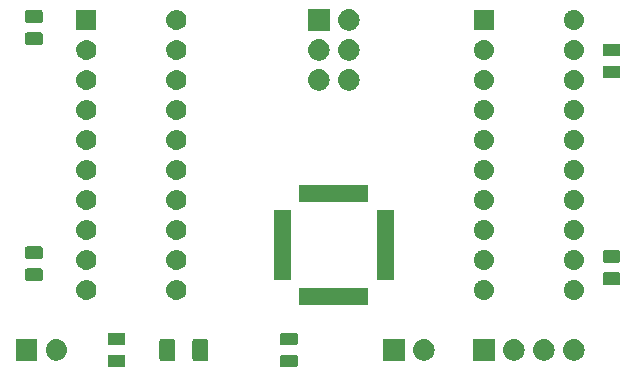
<source format=gts>
G04 #@! TF.GenerationSoftware,KiCad,Pcbnew,5.1.4*
G04 #@! TF.CreationDate,2019-11-08T16:48:00+01:00*
G04 #@! TF.ProjectId,AsyncDRAM,4173796e-6344-4524-914d-2e6b69636164,rev?*
G04 #@! TF.SameCoordinates,Original*
G04 #@! TF.FileFunction,Soldermask,Top*
G04 #@! TF.FilePolarity,Negative*
%FSLAX46Y46*%
G04 Gerber Fmt 4.6, Leading zero omitted, Abs format (unit mm)*
G04 Created by KiCad (PCBNEW 5.1.4) date 2019-11-08 16:48:00*
%MOMM*%
%LPD*%
G04 APERTURE LIST*
%ADD10C,0.100000*%
G04 APERTURE END LIST*
D10*
G36*
X40589468Y-193443565D02*
G01*
X40628138Y-193455296D01*
X40663777Y-193474346D01*
X40695017Y-193499983D01*
X40720654Y-193531223D01*
X40739704Y-193566862D01*
X40751435Y-193605532D01*
X40756000Y-193651888D01*
X40756000Y-194303112D01*
X40751435Y-194349468D01*
X40739704Y-194388138D01*
X40720654Y-194423777D01*
X40695017Y-194455017D01*
X40663777Y-194480654D01*
X40628138Y-194499704D01*
X40589468Y-194511435D01*
X40543112Y-194516000D01*
X39466888Y-194516000D01*
X39420532Y-194511435D01*
X39381862Y-194499704D01*
X39346223Y-194480654D01*
X39314983Y-194455017D01*
X39289346Y-194423777D01*
X39270296Y-194388138D01*
X39258565Y-194349468D01*
X39254000Y-194303112D01*
X39254000Y-193651888D01*
X39258565Y-193605532D01*
X39270296Y-193566862D01*
X39289346Y-193531223D01*
X39314983Y-193499983D01*
X39346223Y-193474346D01*
X39381862Y-193455296D01*
X39420532Y-193443565D01*
X39466888Y-193439000D01*
X40543112Y-193439000D01*
X40589468Y-193443565D01*
X40589468Y-193443565D01*
G37*
G36*
X25984468Y-193443565D02*
G01*
X26023138Y-193455296D01*
X26058777Y-193474346D01*
X26090017Y-193499983D01*
X26115654Y-193531223D01*
X26134704Y-193566862D01*
X26146435Y-193605532D01*
X26151000Y-193651888D01*
X26151000Y-194303112D01*
X26146435Y-194349468D01*
X26134704Y-194388138D01*
X26115654Y-194423777D01*
X26090017Y-194455017D01*
X26058777Y-194480654D01*
X26023138Y-194499704D01*
X25984468Y-194511435D01*
X25938112Y-194516000D01*
X24861888Y-194516000D01*
X24815532Y-194511435D01*
X24776862Y-194499704D01*
X24741223Y-194480654D01*
X24709983Y-194455017D01*
X24684346Y-194423777D01*
X24665296Y-194388138D01*
X24653565Y-194349468D01*
X24649000Y-194303112D01*
X24649000Y-193651888D01*
X24653565Y-193605532D01*
X24665296Y-193566862D01*
X24684346Y-193531223D01*
X24709983Y-193499983D01*
X24741223Y-193474346D01*
X24776862Y-193455296D01*
X24815532Y-193443565D01*
X24861888Y-193439000D01*
X25938112Y-193439000D01*
X25984468Y-193443565D01*
X25984468Y-193443565D01*
G37*
G36*
X33033604Y-192118347D02*
G01*
X33070144Y-192129432D01*
X33103821Y-192147433D01*
X33133341Y-192171659D01*
X33157567Y-192201179D01*
X33175568Y-192234856D01*
X33186653Y-192271396D01*
X33191000Y-192315538D01*
X33191000Y-193764462D01*
X33186653Y-193808604D01*
X33175568Y-193845144D01*
X33157567Y-193878821D01*
X33133341Y-193908341D01*
X33103821Y-193932567D01*
X33070144Y-193950568D01*
X33033604Y-193961653D01*
X32989462Y-193966000D01*
X32040538Y-193966000D01*
X31996396Y-193961653D01*
X31959856Y-193950568D01*
X31926179Y-193932567D01*
X31896659Y-193908341D01*
X31872433Y-193878821D01*
X31854432Y-193845144D01*
X31843347Y-193808604D01*
X31839000Y-193764462D01*
X31839000Y-192315538D01*
X31843347Y-192271396D01*
X31854432Y-192234856D01*
X31872433Y-192201179D01*
X31896659Y-192171659D01*
X31926179Y-192147433D01*
X31959856Y-192129432D01*
X31996396Y-192118347D01*
X32040538Y-192114000D01*
X32989462Y-192114000D01*
X33033604Y-192118347D01*
X33033604Y-192118347D01*
G37*
G36*
X30233604Y-192118347D02*
G01*
X30270144Y-192129432D01*
X30303821Y-192147433D01*
X30333341Y-192171659D01*
X30357567Y-192201179D01*
X30375568Y-192234856D01*
X30386653Y-192271396D01*
X30391000Y-192315538D01*
X30391000Y-193764462D01*
X30386653Y-193808604D01*
X30375568Y-193845144D01*
X30357567Y-193878821D01*
X30333341Y-193908341D01*
X30303821Y-193932567D01*
X30270144Y-193950568D01*
X30233604Y-193961653D01*
X30189462Y-193966000D01*
X29240538Y-193966000D01*
X29196396Y-193961653D01*
X29159856Y-193950568D01*
X29126179Y-193932567D01*
X29096659Y-193908341D01*
X29072433Y-193878821D01*
X29054432Y-193845144D01*
X29043347Y-193808604D01*
X29039000Y-193764462D01*
X29039000Y-192315538D01*
X29043347Y-192271396D01*
X29054432Y-192234856D01*
X29072433Y-192201179D01*
X29096659Y-192171659D01*
X29126179Y-192147433D01*
X29159856Y-192129432D01*
X29196396Y-192118347D01*
X29240538Y-192114000D01*
X30189462Y-192114000D01*
X30233604Y-192118347D01*
X30233604Y-192118347D01*
G37*
G36*
X59165443Y-192145519D02*
G01*
X59231627Y-192152037D01*
X59401466Y-192203557D01*
X59557991Y-192287222D01*
X59592494Y-192315538D01*
X59695186Y-192399814D01*
X59778448Y-192501271D01*
X59807778Y-192537009D01*
X59891443Y-192693534D01*
X59942963Y-192863373D01*
X59960359Y-193040000D01*
X59942963Y-193216627D01*
X59891443Y-193386466D01*
X59807778Y-193542991D01*
X59794916Y-193558663D01*
X59695186Y-193680186D01*
X59612124Y-193748352D01*
X59557991Y-193792778D01*
X59401466Y-193876443D01*
X59231627Y-193927963D01*
X59165443Y-193934481D01*
X59099260Y-193941000D01*
X59010740Y-193941000D01*
X58944557Y-193934481D01*
X58878373Y-193927963D01*
X58708534Y-193876443D01*
X58552009Y-193792778D01*
X58497876Y-193748352D01*
X58414814Y-193680186D01*
X58315084Y-193558663D01*
X58302222Y-193542991D01*
X58218557Y-193386466D01*
X58167037Y-193216627D01*
X58149641Y-193040000D01*
X58167037Y-192863373D01*
X58218557Y-192693534D01*
X58302222Y-192537009D01*
X58331552Y-192501271D01*
X58414814Y-192399814D01*
X58517506Y-192315538D01*
X58552009Y-192287222D01*
X58708534Y-192203557D01*
X58878373Y-192152037D01*
X58944557Y-192145519D01*
X59010740Y-192139000D01*
X59099260Y-192139000D01*
X59165443Y-192145519D01*
X59165443Y-192145519D01*
G37*
G36*
X49796000Y-193941000D02*
G01*
X47994000Y-193941000D01*
X47994000Y-192139000D01*
X49796000Y-192139000D01*
X49796000Y-193941000D01*
X49796000Y-193941000D01*
G37*
G36*
X51545443Y-192145519D02*
G01*
X51611627Y-192152037D01*
X51781466Y-192203557D01*
X51937991Y-192287222D01*
X51972494Y-192315538D01*
X52075186Y-192399814D01*
X52158448Y-192501271D01*
X52187778Y-192537009D01*
X52271443Y-192693534D01*
X52322963Y-192863373D01*
X52340359Y-193040000D01*
X52322963Y-193216627D01*
X52271443Y-193386466D01*
X52187778Y-193542991D01*
X52174916Y-193558663D01*
X52075186Y-193680186D01*
X51992124Y-193748352D01*
X51937991Y-193792778D01*
X51781466Y-193876443D01*
X51611627Y-193927963D01*
X51545443Y-193934481D01*
X51479260Y-193941000D01*
X51390740Y-193941000D01*
X51324557Y-193934481D01*
X51258373Y-193927963D01*
X51088534Y-193876443D01*
X50932009Y-193792778D01*
X50877876Y-193748352D01*
X50794814Y-193680186D01*
X50695084Y-193558663D01*
X50682222Y-193542991D01*
X50598557Y-193386466D01*
X50547037Y-193216627D01*
X50529641Y-193040000D01*
X50547037Y-192863373D01*
X50598557Y-192693534D01*
X50682222Y-192537009D01*
X50711552Y-192501271D01*
X50794814Y-192399814D01*
X50897506Y-192315538D01*
X50932009Y-192287222D01*
X51088534Y-192203557D01*
X51258373Y-192152037D01*
X51324557Y-192145519D01*
X51390740Y-192139000D01*
X51479260Y-192139000D01*
X51545443Y-192145519D01*
X51545443Y-192145519D01*
G37*
G36*
X57416000Y-193941000D02*
G01*
X55614000Y-193941000D01*
X55614000Y-192139000D01*
X57416000Y-192139000D01*
X57416000Y-193941000D01*
X57416000Y-193941000D01*
G37*
G36*
X61705443Y-192145519D02*
G01*
X61771627Y-192152037D01*
X61941466Y-192203557D01*
X62097991Y-192287222D01*
X62132494Y-192315538D01*
X62235186Y-192399814D01*
X62318448Y-192501271D01*
X62347778Y-192537009D01*
X62431443Y-192693534D01*
X62482963Y-192863373D01*
X62500359Y-193040000D01*
X62482963Y-193216627D01*
X62431443Y-193386466D01*
X62347778Y-193542991D01*
X62334916Y-193558663D01*
X62235186Y-193680186D01*
X62152124Y-193748352D01*
X62097991Y-193792778D01*
X61941466Y-193876443D01*
X61771627Y-193927963D01*
X61705443Y-193934481D01*
X61639260Y-193941000D01*
X61550740Y-193941000D01*
X61484557Y-193934481D01*
X61418373Y-193927963D01*
X61248534Y-193876443D01*
X61092009Y-193792778D01*
X61037876Y-193748352D01*
X60954814Y-193680186D01*
X60855084Y-193558663D01*
X60842222Y-193542991D01*
X60758557Y-193386466D01*
X60707037Y-193216627D01*
X60689641Y-193040000D01*
X60707037Y-192863373D01*
X60758557Y-192693534D01*
X60842222Y-192537009D01*
X60871552Y-192501271D01*
X60954814Y-192399814D01*
X61057506Y-192315538D01*
X61092009Y-192287222D01*
X61248534Y-192203557D01*
X61418373Y-192152037D01*
X61484557Y-192145519D01*
X61550740Y-192139000D01*
X61639260Y-192139000D01*
X61705443Y-192145519D01*
X61705443Y-192145519D01*
G37*
G36*
X64245443Y-192145519D02*
G01*
X64311627Y-192152037D01*
X64481466Y-192203557D01*
X64637991Y-192287222D01*
X64672494Y-192315538D01*
X64775186Y-192399814D01*
X64858448Y-192501271D01*
X64887778Y-192537009D01*
X64971443Y-192693534D01*
X65022963Y-192863373D01*
X65040359Y-193040000D01*
X65022963Y-193216627D01*
X64971443Y-193386466D01*
X64887778Y-193542991D01*
X64874916Y-193558663D01*
X64775186Y-193680186D01*
X64692124Y-193748352D01*
X64637991Y-193792778D01*
X64481466Y-193876443D01*
X64311627Y-193927963D01*
X64245443Y-193934481D01*
X64179260Y-193941000D01*
X64090740Y-193941000D01*
X64024557Y-193934481D01*
X63958373Y-193927963D01*
X63788534Y-193876443D01*
X63632009Y-193792778D01*
X63577876Y-193748352D01*
X63494814Y-193680186D01*
X63395084Y-193558663D01*
X63382222Y-193542991D01*
X63298557Y-193386466D01*
X63247037Y-193216627D01*
X63229641Y-193040000D01*
X63247037Y-192863373D01*
X63298557Y-192693534D01*
X63382222Y-192537009D01*
X63411552Y-192501271D01*
X63494814Y-192399814D01*
X63597506Y-192315538D01*
X63632009Y-192287222D01*
X63788534Y-192203557D01*
X63958373Y-192152037D01*
X64024557Y-192145519D01*
X64090740Y-192139000D01*
X64179260Y-192139000D01*
X64245443Y-192145519D01*
X64245443Y-192145519D01*
G37*
G36*
X18681000Y-193941000D02*
G01*
X16879000Y-193941000D01*
X16879000Y-192139000D01*
X18681000Y-192139000D01*
X18681000Y-193941000D01*
X18681000Y-193941000D01*
G37*
G36*
X20430443Y-192145519D02*
G01*
X20496627Y-192152037D01*
X20666466Y-192203557D01*
X20822991Y-192287222D01*
X20857494Y-192315538D01*
X20960186Y-192399814D01*
X21043448Y-192501271D01*
X21072778Y-192537009D01*
X21156443Y-192693534D01*
X21207963Y-192863373D01*
X21225359Y-193040000D01*
X21207963Y-193216627D01*
X21156443Y-193386466D01*
X21072778Y-193542991D01*
X21059916Y-193558663D01*
X20960186Y-193680186D01*
X20877124Y-193748352D01*
X20822991Y-193792778D01*
X20666466Y-193876443D01*
X20496627Y-193927963D01*
X20430443Y-193934481D01*
X20364260Y-193941000D01*
X20275740Y-193941000D01*
X20209557Y-193934481D01*
X20143373Y-193927963D01*
X19973534Y-193876443D01*
X19817009Y-193792778D01*
X19762876Y-193748352D01*
X19679814Y-193680186D01*
X19580084Y-193558663D01*
X19567222Y-193542991D01*
X19483557Y-193386466D01*
X19432037Y-193216627D01*
X19414641Y-193040000D01*
X19432037Y-192863373D01*
X19483557Y-192693534D01*
X19567222Y-192537009D01*
X19596552Y-192501271D01*
X19679814Y-192399814D01*
X19782506Y-192315538D01*
X19817009Y-192287222D01*
X19973534Y-192203557D01*
X20143373Y-192152037D01*
X20209557Y-192145519D01*
X20275740Y-192139000D01*
X20364260Y-192139000D01*
X20430443Y-192145519D01*
X20430443Y-192145519D01*
G37*
G36*
X40589468Y-191568565D02*
G01*
X40628138Y-191580296D01*
X40663777Y-191599346D01*
X40695017Y-191624983D01*
X40720654Y-191656223D01*
X40739704Y-191691862D01*
X40751435Y-191730532D01*
X40756000Y-191776888D01*
X40756000Y-192428112D01*
X40751435Y-192474468D01*
X40739704Y-192513138D01*
X40720654Y-192548777D01*
X40695017Y-192580017D01*
X40663777Y-192605654D01*
X40628138Y-192624704D01*
X40589468Y-192636435D01*
X40543112Y-192641000D01*
X39466888Y-192641000D01*
X39420532Y-192636435D01*
X39381862Y-192624704D01*
X39346223Y-192605654D01*
X39314983Y-192580017D01*
X39289346Y-192548777D01*
X39270296Y-192513138D01*
X39258565Y-192474468D01*
X39254000Y-192428112D01*
X39254000Y-191776888D01*
X39258565Y-191730532D01*
X39270296Y-191691862D01*
X39289346Y-191656223D01*
X39314983Y-191624983D01*
X39346223Y-191599346D01*
X39381862Y-191580296D01*
X39420532Y-191568565D01*
X39466888Y-191564000D01*
X40543112Y-191564000D01*
X40589468Y-191568565D01*
X40589468Y-191568565D01*
G37*
G36*
X25984468Y-191568565D02*
G01*
X26023138Y-191580296D01*
X26058777Y-191599346D01*
X26090017Y-191624983D01*
X26115654Y-191656223D01*
X26134704Y-191691862D01*
X26146435Y-191730532D01*
X26151000Y-191776888D01*
X26151000Y-192428112D01*
X26146435Y-192474468D01*
X26134704Y-192513138D01*
X26115654Y-192548777D01*
X26090017Y-192580017D01*
X26058777Y-192605654D01*
X26023138Y-192624704D01*
X25984468Y-192636435D01*
X25938112Y-192641000D01*
X24861888Y-192641000D01*
X24815532Y-192636435D01*
X24776862Y-192624704D01*
X24741223Y-192605654D01*
X24709983Y-192580017D01*
X24684346Y-192548777D01*
X24665296Y-192513138D01*
X24653565Y-192474468D01*
X24649000Y-192428112D01*
X24649000Y-191776888D01*
X24653565Y-191730532D01*
X24665296Y-191691862D01*
X24684346Y-191656223D01*
X24709983Y-191624983D01*
X24741223Y-191599346D01*
X24776862Y-191580296D01*
X24815532Y-191568565D01*
X24861888Y-191564000D01*
X25938112Y-191564000D01*
X25984468Y-191568565D01*
X25984468Y-191568565D01*
G37*
G36*
X46741000Y-189201000D02*
G01*
X40889000Y-189201000D01*
X40889000Y-187799000D01*
X46741000Y-187799000D01*
X46741000Y-189201000D01*
X46741000Y-189201000D01*
G37*
G36*
X56681823Y-187121313D02*
G01*
X56842242Y-187169976D01*
X56974906Y-187240886D01*
X56990078Y-187248996D01*
X57119659Y-187355341D01*
X57226004Y-187484922D01*
X57226005Y-187484924D01*
X57305024Y-187632758D01*
X57353687Y-187793177D01*
X57370117Y-187960000D01*
X57353687Y-188126823D01*
X57305024Y-188287242D01*
X57234114Y-188419906D01*
X57226004Y-188435078D01*
X57119659Y-188564659D01*
X56990078Y-188671004D01*
X56990076Y-188671005D01*
X56842242Y-188750024D01*
X56681823Y-188798687D01*
X56556804Y-188811000D01*
X56473196Y-188811000D01*
X56348177Y-188798687D01*
X56187758Y-188750024D01*
X56039924Y-188671005D01*
X56039922Y-188671004D01*
X55910341Y-188564659D01*
X55803996Y-188435078D01*
X55795886Y-188419906D01*
X55724976Y-188287242D01*
X55676313Y-188126823D01*
X55659883Y-187960000D01*
X55676313Y-187793177D01*
X55724976Y-187632758D01*
X55803995Y-187484924D01*
X55803996Y-187484922D01*
X55910341Y-187355341D01*
X56039922Y-187248996D01*
X56055094Y-187240886D01*
X56187758Y-187169976D01*
X56348177Y-187121313D01*
X56473196Y-187109000D01*
X56556804Y-187109000D01*
X56681823Y-187121313D01*
X56681823Y-187121313D01*
G37*
G36*
X64301823Y-187121313D02*
G01*
X64462242Y-187169976D01*
X64594906Y-187240886D01*
X64610078Y-187248996D01*
X64739659Y-187355341D01*
X64846004Y-187484922D01*
X64846005Y-187484924D01*
X64925024Y-187632758D01*
X64973687Y-187793177D01*
X64990117Y-187960000D01*
X64973687Y-188126823D01*
X64925024Y-188287242D01*
X64854114Y-188419906D01*
X64846004Y-188435078D01*
X64739659Y-188564659D01*
X64610078Y-188671004D01*
X64610076Y-188671005D01*
X64462242Y-188750024D01*
X64301823Y-188798687D01*
X64176804Y-188811000D01*
X64093196Y-188811000D01*
X63968177Y-188798687D01*
X63807758Y-188750024D01*
X63659924Y-188671005D01*
X63659922Y-188671004D01*
X63530341Y-188564659D01*
X63423996Y-188435078D01*
X63415886Y-188419906D01*
X63344976Y-188287242D01*
X63296313Y-188126823D01*
X63279883Y-187960000D01*
X63296313Y-187793177D01*
X63344976Y-187632758D01*
X63423995Y-187484924D01*
X63423996Y-187484922D01*
X63530341Y-187355341D01*
X63659922Y-187248996D01*
X63675094Y-187240886D01*
X63807758Y-187169976D01*
X63968177Y-187121313D01*
X64093196Y-187109000D01*
X64176804Y-187109000D01*
X64301823Y-187121313D01*
X64301823Y-187121313D01*
G37*
G36*
X23026823Y-187121313D02*
G01*
X23187242Y-187169976D01*
X23319906Y-187240886D01*
X23335078Y-187248996D01*
X23464659Y-187355341D01*
X23571004Y-187484922D01*
X23571005Y-187484924D01*
X23650024Y-187632758D01*
X23698687Y-187793177D01*
X23715117Y-187960000D01*
X23698687Y-188126823D01*
X23650024Y-188287242D01*
X23579114Y-188419906D01*
X23571004Y-188435078D01*
X23464659Y-188564659D01*
X23335078Y-188671004D01*
X23335076Y-188671005D01*
X23187242Y-188750024D01*
X23026823Y-188798687D01*
X22901804Y-188811000D01*
X22818196Y-188811000D01*
X22693177Y-188798687D01*
X22532758Y-188750024D01*
X22384924Y-188671005D01*
X22384922Y-188671004D01*
X22255341Y-188564659D01*
X22148996Y-188435078D01*
X22140886Y-188419906D01*
X22069976Y-188287242D01*
X22021313Y-188126823D01*
X22004883Y-187960000D01*
X22021313Y-187793177D01*
X22069976Y-187632758D01*
X22148995Y-187484924D01*
X22148996Y-187484922D01*
X22255341Y-187355341D01*
X22384922Y-187248996D01*
X22400094Y-187240886D01*
X22532758Y-187169976D01*
X22693177Y-187121313D01*
X22818196Y-187109000D01*
X22901804Y-187109000D01*
X23026823Y-187121313D01*
X23026823Y-187121313D01*
G37*
G36*
X30646823Y-187121313D02*
G01*
X30807242Y-187169976D01*
X30939906Y-187240886D01*
X30955078Y-187248996D01*
X31084659Y-187355341D01*
X31191004Y-187484922D01*
X31191005Y-187484924D01*
X31270024Y-187632758D01*
X31318687Y-187793177D01*
X31335117Y-187960000D01*
X31318687Y-188126823D01*
X31270024Y-188287242D01*
X31199114Y-188419906D01*
X31191004Y-188435078D01*
X31084659Y-188564659D01*
X30955078Y-188671004D01*
X30955076Y-188671005D01*
X30807242Y-188750024D01*
X30646823Y-188798687D01*
X30521804Y-188811000D01*
X30438196Y-188811000D01*
X30313177Y-188798687D01*
X30152758Y-188750024D01*
X30004924Y-188671005D01*
X30004922Y-188671004D01*
X29875341Y-188564659D01*
X29768996Y-188435078D01*
X29760886Y-188419906D01*
X29689976Y-188287242D01*
X29641313Y-188126823D01*
X29624883Y-187960000D01*
X29641313Y-187793177D01*
X29689976Y-187632758D01*
X29768995Y-187484924D01*
X29768996Y-187484922D01*
X29875341Y-187355341D01*
X30004922Y-187248996D01*
X30020094Y-187240886D01*
X30152758Y-187169976D01*
X30313177Y-187121313D01*
X30438196Y-187109000D01*
X30521804Y-187109000D01*
X30646823Y-187121313D01*
X30646823Y-187121313D01*
G37*
G36*
X67894468Y-186458565D02*
G01*
X67933138Y-186470296D01*
X67968777Y-186489346D01*
X68000017Y-186514983D01*
X68025654Y-186546223D01*
X68044704Y-186581862D01*
X68056435Y-186620532D01*
X68061000Y-186666888D01*
X68061000Y-187318112D01*
X68056435Y-187364468D01*
X68044704Y-187403138D01*
X68025654Y-187438777D01*
X68000017Y-187470017D01*
X67968777Y-187495654D01*
X67933138Y-187514704D01*
X67894468Y-187526435D01*
X67848112Y-187531000D01*
X66771888Y-187531000D01*
X66725532Y-187526435D01*
X66686862Y-187514704D01*
X66651223Y-187495654D01*
X66619983Y-187470017D01*
X66594346Y-187438777D01*
X66575296Y-187403138D01*
X66563565Y-187364468D01*
X66559000Y-187318112D01*
X66559000Y-186666888D01*
X66563565Y-186620532D01*
X66575296Y-186581862D01*
X66594346Y-186546223D01*
X66619983Y-186514983D01*
X66651223Y-186489346D01*
X66686862Y-186470296D01*
X66725532Y-186458565D01*
X66771888Y-186454000D01*
X67848112Y-186454000D01*
X67894468Y-186458565D01*
X67894468Y-186458565D01*
G37*
G36*
X18999468Y-186126065D02*
G01*
X19038138Y-186137796D01*
X19073777Y-186156846D01*
X19105017Y-186182483D01*
X19130654Y-186213723D01*
X19149704Y-186249362D01*
X19161435Y-186288032D01*
X19166000Y-186334388D01*
X19166000Y-186985612D01*
X19161435Y-187031968D01*
X19149704Y-187070638D01*
X19130654Y-187106277D01*
X19105017Y-187137517D01*
X19073777Y-187163154D01*
X19038138Y-187182204D01*
X18999468Y-187193935D01*
X18953112Y-187198500D01*
X17876888Y-187198500D01*
X17830532Y-187193935D01*
X17791862Y-187182204D01*
X17756223Y-187163154D01*
X17724983Y-187137517D01*
X17699346Y-187106277D01*
X17680296Y-187070638D01*
X17668565Y-187031968D01*
X17664000Y-186985612D01*
X17664000Y-186334388D01*
X17668565Y-186288032D01*
X17680296Y-186249362D01*
X17699346Y-186213723D01*
X17724983Y-186182483D01*
X17756223Y-186156846D01*
X17791862Y-186137796D01*
X17830532Y-186126065D01*
X17876888Y-186121500D01*
X18953112Y-186121500D01*
X18999468Y-186126065D01*
X18999468Y-186126065D01*
G37*
G36*
X40166000Y-187076000D02*
G01*
X38764000Y-187076000D01*
X38764000Y-181224000D01*
X40166000Y-181224000D01*
X40166000Y-187076000D01*
X40166000Y-187076000D01*
G37*
G36*
X48866000Y-187076000D02*
G01*
X47464000Y-187076000D01*
X47464000Y-181224000D01*
X48866000Y-181224000D01*
X48866000Y-187076000D01*
X48866000Y-187076000D01*
G37*
G36*
X23026823Y-184581313D02*
G01*
X23187242Y-184629976D01*
X23315746Y-184698663D01*
X23335078Y-184708996D01*
X23464659Y-184815341D01*
X23571004Y-184944922D01*
X23571005Y-184944924D01*
X23650024Y-185092758D01*
X23698687Y-185253177D01*
X23715117Y-185420000D01*
X23698687Y-185586823D01*
X23650024Y-185747242D01*
X23579114Y-185879906D01*
X23571004Y-185895078D01*
X23464659Y-186024659D01*
X23335078Y-186131004D01*
X23335076Y-186131005D01*
X23187242Y-186210024D01*
X23026823Y-186258687D01*
X22901804Y-186271000D01*
X22818196Y-186271000D01*
X22693177Y-186258687D01*
X22532758Y-186210024D01*
X22384924Y-186131005D01*
X22384922Y-186131004D01*
X22255341Y-186024659D01*
X22148996Y-185895078D01*
X22140886Y-185879906D01*
X22069976Y-185747242D01*
X22021313Y-185586823D01*
X22004883Y-185420000D01*
X22021313Y-185253177D01*
X22069976Y-185092758D01*
X22148995Y-184944924D01*
X22148996Y-184944922D01*
X22255341Y-184815341D01*
X22384922Y-184708996D01*
X22404254Y-184698663D01*
X22532758Y-184629976D01*
X22693177Y-184581313D01*
X22818196Y-184569000D01*
X22901804Y-184569000D01*
X23026823Y-184581313D01*
X23026823Y-184581313D01*
G37*
G36*
X30646823Y-184581313D02*
G01*
X30807242Y-184629976D01*
X30935746Y-184698663D01*
X30955078Y-184708996D01*
X31084659Y-184815341D01*
X31191004Y-184944922D01*
X31191005Y-184944924D01*
X31270024Y-185092758D01*
X31318687Y-185253177D01*
X31335117Y-185420000D01*
X31318687Y-185586823D01*
X31270024Y-185747242D01*
X31199114Y-185879906D01*
X31191004Y-185895078D01*
X31084659Y-186024659D01*
X30955078Y-186131004D01*
X30955076Y-186131005D01*
X30807242Y-186210024D01*
X30646823Y-186258687D01*
X30521804Y-186271000D01*
X30438196Y-186271000D01*
X30313177Y-186258687D01*
X30152758Y-186210024D01*
X30004924Y-186131005D01*
X30004922Y-186131004D01*
X29875341Y-186024659D01*
X29768996Y-185895078D01*
X29760886Y-185879906D01*
X29689976Y-185747242D01*
X29641313Y-185586823D01*
X29624883Y-185420000D01*
X29641313Y-185253177D01*
X29689976Y-185092758D01*
X29768995Y-184944924D01*
X29768996Y-184944922D01*
X29875341Y-184815341D01*
X30004922Y-184708996D01*
X30024254Y-184698663D01*
X30152758Y-184629976D01*
X30313177Y-184581313D01*
X30438196Y-184569000D01*
X30521804Y-184569000D01*
X30646823Y-184581313D01*
X30646823Y-184581313D01*
G37*
G36*
X56681823Y-184581313D02*
G01*
X56842242Y-184629976D01*
X56970746Y-184698663D01*
X56990078Y-184708996D01*
X57119659Y-184815341D01*
X57226004Y-184944922D01*
X57226005Y-184944924D01*
X57305024Y-185092758D01*
X57353687Y-185253177D01*
X57370117Y-185420000D01*
X57353687Y-185586823D01*
X57305024Y-185747242D01*
X57234114Y-185879906D01*
X57226004Y-185895078D01*
X57119659Y-186024659D01*
X56990078Y-186131004D01*
X56990076Y-186131005D01*
X56842242Y-186210024D01*
X56681823Y-186258687D01*
X56556804Y-186271000D01*
X56473196Y-186271000D01*
X56348177Y-186258687D01*
X56187758Y-186210024D01*
X56039924Y-186131005D01*
X56039922Y-186131004D01*
X55910341Y-186024659D01*
X55803996Y-185895078D01*
X55795886Y-185879906D01*
X55724976Y-185747242D01*
X55676313Y-185586823D01*
X55659883Y-185420000D01*
X55676313Y-185253177D01*
X55724976Y-185092758D01*
X55803995Y-184944924D01*
X55803996Y-184944922D01*
X55910341Y-184815341D01*
X56039922Y-184708996D01*
X56059254Y-184698663D01*
X56187758Y-184629976D01*
X56348177Y-184581313D01*
X56473196Y-184569000D01*
X56556804Y-184569000D01*
X56681823Y-184581313D01*
X56681823Y-184581313D01*
G37*
G36*
X64301823Y-184581313D02*
G01*
X64462242Y-184629976D01*
X64590746Y-184698663D01*
X64610078Y-184708996D01*
X64739659Y-184815341D01*
X64846004Y-184944922D01*
X64846005Y-184944924D01*
X64925024Y-185092758D01*
X64973687Y-185253177D01*
X64990117Y-185420000D01*
X64973687Y-185586823D01*
X64925024Y-185747242D01*
X64854114Y-185879906D01*
X64846004Y-185895078D01*
X64739659Y-186024659D01*
X64610078Y-186131004D01*
X64610076Y-186131005D01*
X64462242Y-186210024D01*
X64301823Y-186258687D01*
X64176804Y-186271000D01*
X64093196Y-186271000D01*
X63968177Y-186258687D01*
X63807758Y-186210024D01*
X63659924Y-186131005D01*
X63659922Y-186131004D01*
X63530341Y-186024659D01*
X63423996Y-185895078D01*
X63415886Y-185879906D01*
X63344976Y-185747242D01*
X63296313Y-185586823D01*
X63279883Y-185420000D01*
X63296313Y-185253177D01*
X63344976Y-185092758D01*
X63423995Y-184944924D01*
X63423996Y-184944922D01*
X63530341Y-184815341D01*
X63659922Y-184708996D01*
X63679254Y-184698663D01*
X63807758Y-184629976D01*
X63968177Y-184581313D01*
X64093196Y-184569000D01*
X64176804Y-184569000D01*
X64301823Y-184581313D01*
X64301823Y-184581313D01*
G37*
G36*
X67894468Y-184583565D02*
G01*
X67933138Y-184595296D01*
X67968777Y-184614346D01*
X68000017Y-184639983D01*
X68025654Y-184671223D01*
X68044704Y-184706862D01*
X68056435Y-184745532D01*
X68061000Y-184791888D01*
X68061000Y-185443112D01*
X68056435Y-185489468D01*
X68044704Y-185528138D01*
X68025654Y-185563777D01*
X68000017Y-185595017D01*
X67968777Y-185620654D01*
X67933138Y-185639704D01*
X67894468Y-185651435D01*
X67848112Y-185656000D01*
X66771888Y-185656000D01*
X66725532Y-185651435D01*
X66686862Y-185639704D01*
X66651223Y-185620654D01*
X66619983Y-185595017D01*
X66594346Y-185563777D01*
X66575296Y-185528138D01*
X66563565Y-185489468D01*
X66559000Y-185443112D01*
X66559000Y-184791888D01*
X66563565Y-184745532D01*
X66575296Y-184706862D01*
X66594346Y-184671223D01*
X66619983Y-184639983D01*
X66651223Y-184614346D01*
X66686862Y-184595296D01*
X66725532Y-184583565D01*
X66771888Y-184579000D01*
X67848112Y-184579000D01*
X67894468Y-184583565D01*
X67894468Y-184583565D01*
G37*
G36*
X18999468Y-184251065D02*
G01*
X19038138Y-184262796D01*
X19073777Y-184281846D01*
X19105017Y-184307483D01*
X19130654Y-184338723D01*
X19149704Y-184374362D01*
X19161435Y-184413032D01*
X19166000Y-184459388D01*
X19166000Y-185110612D01*
X19161435Y-185156968D01*
X19149704Y-185195638D01*
X19130654Y-185231277D01*
X19105017Y-185262517D01*
X19073777Y-185288154D01*
X19038138Y-185307204D01*
X18999468Y-185318935D01*
X18953112Y-185323500D01*
X17876888Y-185323500D01*
X17830532Y-185318935D01*
X17791862Y-185307204D01*
X17756223Y-185288154D01*
X17724983Y-185262517D01*
X17699346Y-185231277D01*
X17680296Y-185195638D01*
X17668565Y-185156968D01*
X17664000Y-185110612D01*
X17664000Y-184459388D01*
X17668565Y-184413032D01*
X17680296Y-184374362D01*
X17699346Y-184338723D01*
X17724983Y-184307483D01*
X17756223Y-184281846D01*
X17791862Y-184262796D01*
X17830532Y-184251065D01*
X17876888Y-184246500D01*
X18953112Y-184246500D01*
X18999468Y-184251065D01*
X18999468Y-184251065D01*
G37*
G36*
X23026823Y-182041313D02*
G01*
X23187242Y-182089976D01*
X23319906Y-182160886D01*
X23335078Y-182168996D01*
X23464659Y-182275341D01*
X23571004Y-182404922D01*
X23571005Y-182404924D01*
X23650024Y-182552758D01*
X23698687Y-182713177D01*
X23715117Y-182880000D01*
X23698687Y-183046823D01*
X23650024Y-183207242D01*
X23579114Y-183339906D01*
X23571004Y-183355078D01*
X23464659Y-183484659D01*
X23335078Y-183591004D01*
X23335076Y-183591005D01*
X23187242Y-183670024D01*
X23026823Y-183718687D01*
X22901804Y-183731000D01*
X22818196Y-183731000D01*
X22693177Y-183718687D01*
X22532758Y-183670024D01*
X22384924Y-183591005D01*
X22384922Y-183591004D01*
X22255341Y-183484659D01*
X22148996Y-183355078D01*
X22140886Y-183339906D01*
X22069976Y-183207242D01*
X22021313Y-183046823D01*
X22004883Y-182880000D01*
X22021313Y-182713177D01*
X22069976Y-182552758D01*
X22148995Y-182404924D01*
X22148996Y-182404922D01*
X22255341Y-182275341D01*
X22384922Y-182168996D01*
X22400094Y-182160886D01*
X22532758Y-182089976D01*
X22693177Y-182041313D01*
X22818196Y-182029000D01*
X22901804Y-182029000D01*
X23026823Y-182041313D01*
X23026823Y-182041313D01*
G37*
G36*
X56681823Y-182041313D02*
G01*
X56842242Y-182089976D01*
X56974906Y-182160886D01*
X56990078Y-182168996D01*
X57119659Y-182275341D01*
X57226004Y-182404922D01*
X57226005Y-182404924D01*
X57305024Y-182552758D01*
X57353687Y-182713177D01*
X57370117Y-182880000D01*
X57353687Y-183046823D01*
X57305024Y-183207242D01*
X57234114Y-183339906D01*
X57226004Y-183355078D01*
X57119659Y-183484659D01*
X56990078Y-183591004D01*
X56990076Y-183591005D01*
X56842242Y-183670024D01*
X56681823Y-183718687D01*
X56556804Y-183731000D01*
X56473196Y-183731000D01*
X56348177Y-183718687D01*
X56187758Y-183670024D01*
X56039924Y-183591005D01*
X56039922Y-183591004D01*
X55910341Y-183484659D01*
X55803996Y-183355078D01*
X55795886Y-183339906D01*
X55724976Y-183207242D01*
X55676313Y-183046823D01*
X55659883Y-182880000D01*
X55676313Y-182713177D01*
X55724976Y-182552758D01*
X55803995Y-182404924D01*
X55803996Y-182404922D01*
X55910341Y-182275341D01*
X56039922Y-182168996D01*
X56055094Y-182160886D01*
X56187758Y-182089976D01*
X56348177Y-182041313D01*
X56473196Y-182029000D01*
X56556804Y-182029000D01*
X56681823Y-182041313D01*
X56681823Y-182041313D01*
G37*
G36*
X64301823Y-182041313D02*
G01*
X64462242Y-182089976D01*
X64594906Y-182160886D01*
X64610078Y-182168996D01*
X64739659Y-182275341D01*
X64846004Y-182404922D01*
X64846005Y-182404924D01*
X64925024Y-182552758D01*
X64973687Y-182713177D01*
X64990117Y-182880000D01*
X64973687Y-183046823D01*
X64925024Y-183207242D01*
X64854114Y-183339906D01*
X64846004Y-183355078D01*
X64739659Y-183484659D01*
X64610078Y-183591004D01*
X64610076Y-183591005D01*
X64462242Y-183670024D01*
X64301823Y-183718687D01*
X64176804Y-183731000D01*
X64093196Y-183731000D01*
X63968177Y-183718687D01*
X63807758Y-183670024D01*
X63659924Y-183591005D01*
X63659922Y-183591004D01*
X63530341Y-183484659D01*
X63423996Y-183355078D01*
X63415886Y-183339906D01*
X63344976Y-183207242D01*
X63296313Y-183046823D01*
X63279883Y-182880000D01*
X63296313Y-182713177D01*
X63344976Y-182552758D01*
X63423995Y-182404924D01*
X63423996Y-182404922D01*
X63530341Y-182275341D01*
X63659922Y-182168996D01*
X63675094Y-182160886D01*
X63807758Y-182089976D01*
X63968177Y-182041313D01*
X64093196Y-182029000D01*
X64176804Y-182029000D01*
X64301823Y-182041313D01*
X64301823Y-182041313D01*
G37*
G36*
X30646823Y-182041313D02*
G01*
X30807242Y-182089976D01*
X30939906Y-182160886D01*
X30955078Y-182168996D01*
X31084659Y-182275341D01*
X31191004Y-182404922D01*
X31191005Y-182404924D01*
X31270024Y-182552758D01*
X31318687Y-182713177D01*
X31335117Y-182880000D01*
X31318687Y-183046823D01*
X31270024Y-183207242D01*
X31199114Y-183339906D01*
X31191004Y-183355078D01*
X31084659Y-183484659D01*
X30955078Y-183591004D01*
X30955076Y-183591005D01*
X30807242Y-183670024D01*
X30646823Y-183718687D01*
X30521804Y-183731000D01*
X30438196Y-183731000D01*
X30313177Y-183718687D01*
X30152758Y-183670024D01*
X30004924Y-183591005D01*
X30004922Y-183591004D01*
X29875341Y-183484659D01*
X29768996Y-183355078D01*
X29760886Y-183339906D01*
X29689976Y-183207242D01*
X29641313Y-183046823D01*
X29624883Y-182880000D01*
X29641313Y-182713177D01*
X29689976Y-182552758D01*
X29768995Y-182404924D01*
X29768996Y-182404922D01*
X29875341Y-182275341D01*
X30004922Y-182168996D01*
X30020094Y-182160886D01*
X30152758Y-182089976D01*
X30313177Y-182041313D01*
X30438196Y-182029000D01*
X30521804Y-182029000D01*
X30646823Y-182041313D01*
X30646823Y-182041313D01*
G37*
G36*
X64301823Y-179501313D02*
G01*
X64462242Y-179549976D01*
X64594906Y-179620886D01*
X64610078Y-179628996D01*
X64739659Y-179735341D01*
X64846004Y-179864922D01*
X64846005Y-179864924D01*
X64925024Y-180012758D01*
X64973687Y-180173177D01*
X64990117Y-180340000D01*
X64973687Y-180506823D01*
X64925024Y-180667242D01*
X64854114Y-180799906D01*
X64846004Y-180815078D01*
X64739659Y-180944659D01*
X64610078Y-181051004D01*
X64610076Y-181051005D01*
X64462242Y-181130024D01*
X64301823Y-181178687D01*
X64176804Y-181191000D01*
X64093196Y-181191000D01*
X63968177Y-181178687D01*
X63807758Y-181130024D01*
X63659924Y-181051005D01*
X63659922Y-181051004D01*
X63530341Y-180944659D01*
X63423996Y-180815078D01*
X63415886Y-180799906D01*
X63344976Y-180667242D01*
X63296313Y-180506823D01*
X63279883Y-180340000D01*
X63296313Y-180173177D01*
X63344976Y-180012758D01*
X63423995Y-179864924D01*
X63423996Y-179864922D01*
X63530341Y-179735341D01*
X63659922Y-179628996D01*
X63675094Y-179620886D01*
X63807758Y-179549976D01*
X63968177Y-179501313D01*
X64093196Y-179489000D01*
X64176804Y-179489000D01*
X64301823Y-179501313D01*
X64301823Y-179501313D01*
G37*
G36*
X30646823Y-179501313D02*
G01*
X30807242Y-179549976D01*
X30939906Y-179620886D01*
X30955078Y-179628996D01*
X31084659Y-179735341D01*
X31191004Y-179864922D01*
X31191005Y-179864924D01*
X31270024Y-180012758D01*
X31318687Y-180173177D01*
X31335117Y-180340000D01*
X31318687Y-180506823D01*
X31270024Y-180667242D01*
X31199114Y-180799906D01*
X31191004Y-180815078D01*
X31084659Y-180944659D01*
X30955078Y-181051004D01*
X30955076Y-181051005D01*
X30807242Y-181130024D01*
X30646823Y-181178687D01*
X30521804Y-181191000D01*
X30438196Y-181191000D01*
X30313177Y-181178687D01*
X30152758Y-181130024D01*
X30004924Y-181051005D01*
X30004922Y-181051004D01*
X29875341Y-180944659D01*
X29768996Y-180815078D01*
X29760886Y-180799906D01*
X29689976Y-180667242D01*
X29641313Y-180506823D01*
X29624883Y-180340000D01*
X29641313Y-180173177D01*
X29689976Y-180012758D01*
X29768995Y-179864924D01*
X29768996Y-179864922D01*
X29875341Y-179735341D01*
X30004922Y-179628996D01*
X30020094Y-179620886D01*
X30152758Y-179549976D01*
X30313177Y-179501313D01*
X30438196Y-179489000D01*
X30521804Y-179489000D01*
X30646823Y-179501313D01*
X30646823Y-179501313D01*
G37*
G36*
X56681823Y-179501313D02*
G01*
X56842242Y-179549976D01*
X56974906Y-179620886D01*
X56990078Y-179628996D01*
X57119659Y-179735341D01*
X57226004Y-179864922D01*
X57226005Y-179864924D01*
X57305024Y-180012758D01*
X57353687Y-180173177D01*
X57370117Y-180340000D01*
X57353687Y-180506823D01*
X57305024Y-180667242D01*
X57234114Y-180799906D01*
X57226004Y-180815078D01*
X57119659Y-180944659D01*
X56990078Y-181051004D01*
X56990076Y-181051005D01*
X56842242Y-181130024D01*
X56681823Y-181178687D01*
X56556804Y-181191000D01*
X56473196Y-181191000D01*
X56348177Y-181178687D01*
X56187758Y-181130024D01*
X56039924Y-181051005D01*
X56039922Y-181051004D01*
X55910341Y-180944659D01*
X55803996Y-180815078D01*
X55795886Y-180799906D01*
X55724976Y-180667242D01*
X55676313Y-180506823D01*
X55659883Y-180340000D01*
X55676313Y-180173177D01*
X55724976Y-180012758D01*
X55803995Y-179864924D01*
X55803996Y-179864922D01*
X55910341Y-179735341D01*
X56039922Y-179628996D01*
X56055094Y-179620886D01*
X56187758Y-179549976D01*
X56348177Y-179501313D01*
X56473196Y-179489000D01*
X56556804Y-179489000D01*
X56681823Y-179501313D01*
X56681823Y-179501313D01*
G37*
G36*
X23026823Y-179501313D02*
G01*
X23187242Y-179549976D01*
X23319906Y-179620886D01*
X23335078Y-179628996D01*
X23464659Y-179735341D01*
X23571004Y-179864922D01*
X23571005Y-179864924D01*
X23650024Y-180012758D01*
X23698687Y-180173177D01*
X23715117Y-180340000D01*
X23698687Y-180506823D01*
X23650024Y-180667242D01*
X23579114Y-180799906D01*
X23571004Y-180815078D01*
X23464659Y-180944659D01*
X23335078Y-181051004D01*
X23335076Y-181051005D01*
X23187242Y-181130024D01*
X23026823Y-181178687D01*
X22901804Y-181191000D01*
X22818196Y-181191000D01*
X22693177Y-181178687D01*
X22532758Y-181130024D01*
X22384924Y-181051005D01*
X22384922Y-181051004D01*
X22255341Y-180944659D01*
X22148996Y-180815078D01*
X22140886Y-180799906D01*
X22069976Y-180667242D01*
X22021313Y-180506823D01*
X22004883Y-180340000D01*
X22021313Y-180173177D01*
X22069976Y-180012758D01*
X22148995Y-179864924D01*
X22148996Y-179864922D01*
X22255341Y-179735341D01*
X22384922Y-179628996D01*
X22400094Y-179620886D01*
X22532758Y-179549976D01*
X22693177Y-179501313D01*
X22818196Y-179489000D01*
X22901804Y-179489000D01*
X23026823Y-179501313D01*
X23026823Y-179501313D01*
G37*
G36*
X46741000Y-180501000D02*
G01*
X40889000Y-180501000D01*
X40889000Y-179099000D01*
X46741000Y-179099000D01*
X46741000Y-180501000D01*
X46741000Y-180501000D01*
G37*
G36*
X64301823Y-176961313D02*
G01*
X64462242Y-177009976D01*
X64594906Y-177080886D01*
X64610078Y-177088996D01*
X64739659Y-177195341D01*
X64846004Y-177324922D01*
X64846005Y-177324924D01*
X64925024Y-177472758D01*
X64973687Y-177633177D01*
X64990117Y-177800000D01*
X64973687Y-177966823D01*
X64925024Y-178127242D01*
X64854114Y-178259906D01*
X64846004Y-178275078D01*
X64739659Y-178404659D01*
X64610078Y-178511004D01*
X64610076Y-178511005D01*
X64462242Y-178590024D01*
X64301823Y-178638687D01*
X64176804Y-178651000D01*
X64093196Y-178651000D01*
X63968177Y-178638687D01*
X63807758Y-178590024D01*
X63659924Y-178511005D01*
X63659922Y-178511004D01*
X63530341Y-178404659D01*
X63423996Y-178275078D01*
X63415886Y-178259906D01*
X63344976Y-178127242D01*
X63296313Y-177966823D01*
X63279883Y-177800000D01*
X63296313Y-177633177D01*
X63344976Y-177472758D01*
X63423995Y-177324924D01*
X63423996Y-177324922D01*
X63530341Y-177195341D01*
X63659922Y-177088996D01*
X63675094Y-177080886D01*
X63807758Y-177009976D01*
X63968177Y-176961313D01*
X64093196Y-176949000D01*
X64176804Y-176949000D01*
X64301823Y-176961313D01*
X64301823Y-176961313D01*
G37*
G36*
X56681823Y-176961313D02*
G01*
X56842242Y-177009976D01*
X56974906Y-177080886D01*
X56990078Y-177088996D01*
X57119659Y-177195341D01*
X57226004Y-177324922D01*
X57226005Y-177324924D01*
X57305024Y-177472758D01*
X57353687Y-177633177D01*
X57370117Y-177800000D01*
X57353687Y-177966823D01*
X57305024Y-178127242D01*
X57234114Y-178259906D01*
X57226004Y-178275078D01*
X57119659Y-178404659D01*
X56990078Y-178511004D01*
X56990076Y-178511005D01*
X56842242Y-178590024D01*
X56681823Y-178638687D01*
X56556804Y-178651000D01*
X56473196Y-178651000D01*
X56348177Y-178638687D01*
X56187758Y-178590024D01*
X56039924Y-178511005D01*
X56039922Y-178511004D01*
X55910341Y-178404659D01*
X55803996Y-178275078D01*
X55795886Y-178259906D01*
X55724976Y-178127242D01*
X55676313Y-177966823D01*
X55659883Y-177800000D01*
X55676313Y-177633177D01*
X55724976Y-177472758D01*
X55803995Y-177324924D01*
X55803996Y-177324922D01*
X55910341Y-177195341D01*
X56039922Y-177088996D01*
X56055094Y-177080886D01*
X56187758Y-177009976D01*
X56348177Y-176961313D01*
X56473196Y-176949000D01*
X56556804Y-176949000D01*
X56681823Y-176961313D01*
X56681823Y-176961313D01*
G37*
G36*
X30646823Y-176961313D02*
G01*
X30807242Y-177009976D01*
X30939906Y-177080886D01*
X30955078Y-177088996D01*
X31084659Y-177195341D01*
X31191004Y-177324922D01*
X31191005Y-177324924D01*
X31270024Y-177472758D01*
X31318687Y-177633177D01*
X31335117Y-177800000D01*
X31318687Y-177966823D01*
X31270024Y-178127242D01*
X31199114Y-178259906D01*
X31191004Y-178275078D01*
X31084659Y-178404659D01*
X30955078Y-178511004D01*
X30955076Y-178511005D01*
X30807242Y-178590024D01*
X30646823Y-178638687D01*
X30521804Y-178651000D01*
X30438196Y-178651000D01*
X30313177Y-178638687D01*
X30152758Y-178590024D01*
X30004924Y-178511005D01*
X30004922Y-178511004D01*
X29875341Y-178404659D01*
X29768996Y-178275078D01*
X29760886Y-178259906D01*
X29689976Y-178127242D01*
X29641313Y-177966823D01*
X29624883Y-177800000D01*
X29641313Y-177633177D01*
X29689976Y-177472758D01*
X29768995Y-177324924D01*
X29768996Y-177324922D01*
X29875341Y-177195341D01*
X30004922Y-177088996D01*
X30020094Y-177080886D01*
X30152758Y-177009976D01*
X30313177Y-176961313D01*
X30438196Y-176949000D01*
X30521804Y-176949000D01*
X30646823Y-176961313D01*
X30646823Y-176961313D01*
G37*
G36*
X23026823Y-176961313D02*
G01*
X23187242Y-177009976D01*
X23319906Y-177080886D01*
X23335078Y-177088996D01*
X23464659Y-177195341D01*
X23571004Y-177324922D01*
X23571005Y-177324924D01*
X23650024Y-177472758D01*
X23698687Y-177633177D01*
X23715117Y-177800000D01*
X23698687Y-177966823D01*
X23650024Y-178127242D01*
X23579114Y-178259906D01*
X23571004Y-178275078D01*
X23464659Y-178404659D01*
X23335078Y-178511004D01*
X23335076Y-178511005D01*
X23187242Y-178590024D01*
X23026823Y-178638687D01*
X22901804Y-178651000D01*
X22818196Y-178651000D01*
X22693177Y-178638687D01*
X22532758Y-178590024D01*
X22384924Y-178511005D01*
X22384922Y-178511004D01*
X22255341Y-178404659D01*
X22148996Y-178275078D01*
X22140886Y-178259906D01*
X22069976Y-178127242D01*
X22021313Y-177966823D01*
X22004883Y-177800000D01*
X22021313Y-177633177D01*
X22069976Y-177472758D01*
X22148995Y-177324924D01*
X22148996Y-177324922D01*
X22255341Y-177195341D01*
X22384922Y-177088996D01*
X22400094Y-177080886D01*
X22532758Y-177009976D01*
X22693177Y-176961313D01*
X22818196Y-176949000D01*
X22901804Y-176949000D01*
X23026823Y-176961313D01*
X23026823Y-176961313D01*
G37*
G36*
X23026823Y-174421313D02*
G01*
X23187242Y-174469976D01*
X23319906Y-174540886D01*
X23335078Y-174548996D01*
X23464659Y-174655341D01*
X23571004Y-174784922D01*
X23571005Y-174784924D01*
X23650024Y-174932758D01*
X23698687Y-175093177D01*
X23715117Y-175260000D01*
X23698687Y-175426823D01*
X23650024Y-175587242D01*
X23579114Y-175719906D01*
X23571004Y-175735078D01*
X23464659Y-175864659D01*
X23335078Y-175971004D01*
X23335076Y-175971005D01*
X23187242Y-176050024D01*
X23026823Y-176098687D01*
X22901804Y-176111000D01*
X22818196Y-176111000D01*
X22693177Y-176098687D01*
X22532758Y-176050024D01*
X22384924Y-175971005D01*
X22384922Y-175971004D01*
X22255341Y-175864659D01*
X22148996Y-175735078D01*
X22140886Y-175719906D01*
X22069976Y-175587242D01*
X22021313Y-175426823D01*
X22004883Y-175260000D01*
X22021313Y-175093177D01*
X22069976Y-174932758D01*
X22148995Y-174784924D01*
X22148996Y-174784922D01*
X22255341Y-174655341D01*
X22384922Y-174548996D01*
X22400094Y-174540886D01*
X22532758Y-174469976D01*
X22693177Y-174421313D01*
X22818196Y-174409000D01*
X22901804Y-174409000D01*
X23026823Y-174421313D01*
X23026823Y-174421313D01*
G37*
G36*
X30646823Y-174421313D02*
G01*
X30807242Y-174469976D01*
X30939906Y-174540886D01*
X30955078Y-174548996D01*
X31084659Y-174655341D01*
X31191004Y-174784922D01*
X31191005Y-174784924D01*
X31270024Y-174932758D01*
X31318687Y-175093177D01*
X31335117Y-175260000D01*
X31318687Y-175426823D01*
X31270024Y-175587242D01*
X31199114Y-175719906D01*
X31191004Y-175735078D01*
X31084659Y-175864659D01*
X30955078Y-175971004D01*
X30955076Y-175971005D01*
X30807242Y-176050024D01*
X30646823Y-176098687D01*
X30521804Y-176111000D01*
X30438196Y-176111000D01*
X30313177Y-176098687D01*
X30152758Y-176050024D01*
X30004924Y-175971005D01*
X30004922Y-175971004D01*
X29875341Y-175864659D01*
X29768996Y-175735078D01*
X29760886Y-175719906D01*
X29689976Y-175587242D01*
X29641313Y-175426823D01*
X29624883Y-175260000D01*
X29641313Y-175093177D01*
X29689976Y-174932758D01*
X29768995Y-174784924D01*
X29768996Y-174784922D01*
X29875341Y-174655341D01*
X30004922Y-174548996D01*
X30020094Y-174540886D01*
X30152758Y-174469976D01*
X30313177Y-174421313D01*
X30438196Y-174409000D01*
X30521804Y-174409000D01*
X30646823Y-174421313D01*
X30646823Y-174421313D01*
G37*
G36*
X56681823Y-174421313D02*
G01*
X56842242Y-174469976D01*
X56974906Y-174540886D01*
X56990078Y-174548996D01*
X57119659Y-174655341D01*
X57226004Y-174784922D01*
X57226005Y-174784924D01*
X57305024Y-174932758D01*
X57353687Y-175093177D01*
X57370117Y-175260000D01*
X57353687Y-175426823D01*
X57305024Y-175587242D01*
X57234114Y-175719906D01*
X57226004Y-175735078D01*
X57119659Y-175864659D01*
X56990078Y-175971004D01*
X56990076Y-175971005D01*
X56842242Y-176050024D01*
X56681823Y-176098687D01*
X56556804Y-176111000D01*
X56473196Y-176111000D01*
X56348177Y-176098687D01*
X56187758Y-176050024D01*
X56039924Y-175971005D01*
X56039922Y-175971004D01*
X55910341Y-175864659D01*
X55803996Y-175735078D01*
X55795886Y-175719906D01*
X55724976Y-175587242D01*
X55676313Y-175426823D01*
X55659883Y-175260000D01*
X55676313Y-175093177D01*
X55724976Y-174932758D01*
X55803995Y-174784924D01*
X55803996Y-174784922D01*
X55910341Y-174655341D01*
X56039922Y-174548996D01*
X56055094Y-174540886D01*
X56187758Y-174469976D01*
X56348177Y-174421313D01*
X56473196Y-174409000D01*
X56556804Y-174409000D01*
X56681823Y-174421313D01*
X56681823Y-174421313D01*
G37*
G36*
X64301823Y-174421313D02*
G01*
X64462242Y-174469976D01*
X64594906Y-174540886D01*
X64610078Y-174548996D01*
X64739659Y-174655341D01*
X64846004Y-174784922D01*
X64846005Y-174784924D01*
X64925024Y-174932758D01*
X64973687Y-175093177D01*
X64990117Y-175260000D01*
X64973687Y-175426823D01*
X64925024Y-175587242D01*
X64854114Y-175719906D01*
X64846004Y-175735078D01*
X64739659Y-175864659D01*
X64610078Y-175971004D01*
X64610076Y-175971005D01*
X64462242Y-176050024D01*
X64301823Y-176098687D01*
X64176804Y-176111000D01*
X64093196Y-176111000D01*
X63968177Y-176098687D01*
X63807758Y-176050024D01*
X63659924Y-175971005D01*
X63659922Y-175971004D01*
X63530341Y-175864659D01*
X63423996Y-175735078D01*
X63415886Y-175719906D01*
X63344976Y-175587242D01*
X63296313Y-175426823D01*
X63279883Y-175260000D01*
X63296313Y-175093177D01*
X63344976Y-174932758D01*
X63423995Y-174784924D01*
X63423996Y-174784922D01*
X63530341Y-174655341D01*
X63659922Y-174548996D01*
X63675094Y-174540886D01*
X63807758Y-174469976D01*
X63968177Y-174421313D01*
X64093196Y-174409000D01*
X64176804Y-174409000D01*
X64301823Y-174421313D01*
X64301823Y-174421313D01*
G37*
G36*
X56681823Y-171881313D02*
G01*
X56842242Y-171929976D01*
X56974906Y-172000886D01*
X56990078Y-172008996D01*
X57119659Y-172115341D01*
X57226004Y-172244922D01*
X57226005Y-172244924D01*
X57305024Y-172392758D01*
X57353687Y-172553177D01*
X57370117Y-172720000D01*
X57353687Y-172886823D01*
X57305024Y-173047242D01*
X57234114Y-173179906D01*
X57226004Y-173195078D01*
X57119659Y-173324659D01*
X56990078Y-173431004D01*
X56990076Y-173431005D01*
X56842242Y-173510024D01*
X56681823Y-173558687D01*
X56556804Y-173571000D01*
X56473196Y-173571000D01*
X56348177Y-173558687D01*
X56187758Y-173510024D01*
X56039924Y-173431005D01*
X56039922Y-173431004D01*
X55910341Y-173324659D01*
X55803996Y-173195078D01*
X55795886Y-173179906D01*
X55724976Y-173047242D01*
X55676313Y-172886823D01*
X55659883Y-172720000D01*
X55676313Y-172553177D01*
X55724976Y-172392758D01*
X55803995Y-172244924D01*
X55803996Y-172244922D01*
X55910341Y-172115341D01*
X56039922Y-172008996D01*
X56055094Y-172000886D01*
X56187758Y-171929976D01*
X56348177Y-171881313D01*
X56473196Y-171869000D01*
X56556804Y-171869000D01*
X56681823Y-171881313D01*
X56681823Y-171881313D01*
G37*
G36*
X64301823Y-171881313D02*
G01*
X64462242Y-171929976D01*
X64594906Y-172000886D01*
X64610078Y-172008996D01*
X64739659Y-172115341D01*
X64846004Y-172244922D01*
X64846005Y-172244924D01*
X64925024Y-172392758D01*
X64973687Y-172553177D01*
X64990117Y-172720000D01*
X64973687Y-172886823D01*
X64925024Y-173047242D01*
X64854114Y-173179906D01*
X64846004Y-173195078D01*
X64739659Y-173324659D01*
X64610078Y-173431004D01*
X64610076Y-173431005D01*
X64462242Y-173510024D01*
X64301823Y-173558687D01*
X64176804Y-173571000D01*
X64093196Y-173571000D01*
X63968177Y-173558687D01*
X63807758Y-173510024D01*
X63659924Y-173431005D01*
X63659922Y-173431004D01*
X63530341Y-173324659D01*
X63423996Y-173195078D01*
X63415886Y-173179906D01*
X63344976Y-173047242D01*
X63296313Y-172886823D01*
X63279883Y-172720000D01*
X63296313Y-172553177D01*
X63344976Y-172392758D01*
X63423995Y-172244924D01*
X63423996Y-172244922D01*
X63530341Y-172115341D01*
X63659922Y-172008996D01*
X63675094Y-172000886D01*
X63807758Y-171929976D01*
X63968177Y-171881313D01*
X64093196Y-171869000D01*
X64176804Y-171869000D01*
X64301823Y-171881313D01*
X64301823Y-171881313D01*
G37*
G36*
X23026823Y-171881313D02*
G01*
X23187242Y-171929976D01*
X23319906Y-172000886D01*
X23335078Y-172008996D01*
X23464659Y-172115341D01*
X23571004Y-172244922D01*
X23571005Y-172244924D01*
X23650024Y-172392758D01*
X23698687Y-172553177D01*
X23715117Y-172720000D01*
X23698687Y-172886823D01*
X23650024Y-173047242D01*
X23579114Y-173179906D01*
X23571004Y-173195078D01*
X23464659Y-173324659D01*
X23335078Y-173431004D01*
X23335076Y-173431005D01*
X23187242Y-173510024D01*
X23026823Y-173558687D01*
X22901804Y-173571000D01*
X22818196Y-173571000D01*
X22693177Y-173558687D01*
X22532758Y-173510024D01*
X22384924Y-173431005D01*
X22384922Y-173431004D01*
X22255341Y-173324659D01*
X22148996Y-173195078D01*
X22140886Y-173179906D01*
X22069976Y-173047242D01*
X22021313Y-172886823D01*
X22004883Y-172720000D01*
X22021313Y-172553177D01*
X22069976Y-172392758D01*
X22148995Y-172244924D01*
X22148996Y-172244922D01*
X22255341Y-172115341D01*
X22384922Y-172008996D01*
X22400094Y-172000886D01*
X22532758Y-171929976D01*
X22693177Y-171881313D01*
X22818196Y-171869000D01*
X22901804Y-171869000D01*
X23026823Y-171881313D01*
X23026823Y-171881313D01*
G37*
G36*
X30646823Y-171881313D02*
G01*
X30807242Y-171929976D01*
X30939906Y-172000886D01*
X30955078Y-172008996D01*
X31084659Y-172115341D01*
X31191004Y-172244922D01*
X31191005Y-172244924D01*
X31270024Y-172392758D01*
X31318687Y-172553177D01*
X31335117Y-172720000D01*
X31318687Y-172886823D01*
X31270024Y-173047242D01*
X31199114Y-173179906D01*
X31191004Y-173195078D01*
X31084659Y-173324659D01*
X30955078Y-173431004D01*
X30955076Y-173431005D01*
X30807242Y-173510024D01*
X30646823Y-173558687D01*
X30521804Y-173571000D01*
X30438196Y-173571000D01*
X30313177Y-173558687D01*
X30152758Y-173510024D01*
X30004924Y-173431005D01*
X30004922Y-173431004D01*
X29875341Y-173324659D01*
X29768996Y-173195078D01*
X29760886Y-173179906D01*
X29689976Y-173047242D01*
X29641313Y-172886823D01*
X29624883Y-172720000D01*
X29641313Y-172553177D01*
X29689976Y-172392758D01*
X29768995Y-172244924D01*
X29768996Y-172244922D01*
X29875341Y-172115341D01*
X30004922Y-172008996D01*
X30020094Y-172000886D01*
X30152758Y-171929976D01*
X30313177Y-171881313D01*
X30438196Y-171869000D01*
X30521804Y-171869000D01*
X30646823Y-171881313D01*
X30646823Y-171881313D01*
G37*
G36*
X42655443Y-169285519D02*
G01*
X42721627Y-169292037D01*
X42891466Y-169343557D01*
X43047991Y-169427222D01*
X43083729Y-169456552D01*
X43185186Y-169539814D01*
X43268448Y-169641271D01*
X43297778Y-169677009D01*
X43381443Y-169833534D01*
X43432963Y-170003373D01*
X43450359Y-170180000D01*
X43432963Y-170356627D01*
X43381443Y-170526466D01*
X43297778Y-170682991D01*
X43268448Y-170718729D01*
X43185186Y-170820186D01*
X43083729Y-170903448D01*
X43047991Y-170932778D01*
X42891466Y-171016443D01*
X42721627Y-171067963D01*
X42655443Y-171074481D01*
X42589260Y-171081000D01*
X42500740Y-171081000D01*
X42434557Y-171074481D01*
X42368373Y-171067963D01*
X42198534Y-171016443D01*
X42042009Y-170932778D01*
X42006271Y-170903448D01*
X41904814Y-170820186D01*
X41821552Y-170718729D01*
X41792222Y-170682991D01*
X41708557Y-170526466D01*
X41657037Y-170356627D01*
X41639641Y-170180000D01*
X41657037Y-170003373D01*
X41708557Y-169833534D01*
X41792222Y-169677009D01*
X41821552Y-169641271D01*
X41904814Y-169539814D01*
X42006271Y-169456552D01*
X42042009Y-169427222D01*
X42198534Y-169343557D01*
X42368373Y-169292037D01*
X42434557Y-169285519D01*
X42500740Y-169279000D01*
X42589260Y-169279000D01*
X42655443Y-169285519D01*
X42655443Y-169285519D01*
G37*
G36*
X45195443Y-169285519D02*
G01*
X45261627Y-169292037D01*
X45431466Y-169343557D01*
X45587991Y-169427222D01*
X45623729Y-169456552D01*
X45725186Y-169539814D01*
X45808448Y-169641271D01*
X45837778Y-169677009D01*
X45921443Y-169833534D01*
X45972963Y-170003373D01*
X45990359Y-170180000D01*
X45972963Y-170356627D01*
X45921443Y-170526466D01*
X45837778Y-170682991D01*
X45808448Y-170718729D01*
X45725186Y-170820186D01*
X45623729Y-170903448D01*
X45587991Y-170932778D01*
X45431466Y-171016443D01*
X45261627Y-171067963D01*
X45195443Y-171074481D01*
X45129260Y-171081000D01*
X45040740Y-171081000D01*
X44974557Y-171074481D01*
X44908373Y-171067963D01*
X44738534Y-171016443D01*
X44582009Y-170932778D01*
X44546271Y-170903448D01*
X44444814Y-170820186D01*
X44361552Y-170718729D01*
X44332222Y-170682991D01*
X44248557Y-170526466D01*
X44197037Y-170356627D01*
X44179641Y-170180000D01*
X44197037Y-170003373D01*
X44248557Y-169833534D01*
X44332222Y-169677009D01*
X44361552Y-169641271D01*
X44444814Y-169539814D01*
X44546271Y-169456552D01*
X44582009Y-169427222D01*
X44738534Y-169343557D01*
X44908373Y-169292037D01*
X44974557Y-169285519D01*
X45040740Y-169279000D01*
X45129260Y-169279000D01*
X45195443Y-169285519D01*
X45195443Y-169285519D01*
G37*
G36*
X64301823Y-169341313D02*
G01*
X64462242Y-169389976D01*
X64531922Y-169427221D01*
X64610078Y-169468996D01*
X64739659Y-169575341D01*
X64846004Y-169704922D01*
X64846005Y-169704924D01*
X64925024Y-169852758D01*
X64973687Y-170013177D01*
X64990117Y-170180000D01*
X64973687Y-170346823D01*
X64925024Y-170507242D01*
X64914747Y-170526468D01*
X64846004Y-170655078D01*
X64739659Y-170784659D01*
X64610078Y-170891004D01*
X64610076Y-170891005D01*
X64462242Y-170970024D01*
X64301823Y-171018687D01*
X64176804Y-171031000D01*
X64093196Y-171031000D01*
X63968177Y-171018687D01*
X63807758Y-170970024D01*
X63659924Y-170891005D01*
X63659922Y-170891004D01*
X63530341Y-170784659D01*
X63423996Y-170655078D01*
X63355253Y-170526468D01*
X63344976Y-170507242D01*
X63296313Y-170346823D01*
X63279883Y-170180000D01*
X63296313Y-170013177D01*
X63344976Y-169852758D01*
X63423995Y-169704924D01*
X63423996Y-169704922D01*
X63530341Y-169575341D01*
X63659922Y-169468996D01*
X63738078Y-169427221D01*
X63807758Y-169389976D01*
X63968177Y-169341313D01*
X64093196Y-169329000D01*
X64176804Y-169329000D01*
X64301823Y-169341313D01*
X64301823Y-169341313D01*
G37*
G36*
X30646823Y-169341313D02*
G01*
X30807242Y-169389976D01*
X30876922Y-169427221D01*
X30955078Y-169468996D01*
X31084659Y-169575341D01*
X31191004Y-169704922D01*
X31191005Y-169704924D01*
X31270024Y-169852758D01*
X31318687Y-170013177D01*
X31335117Y-170180000D01*
X31318687Y-170346823D01*
X31270024Y-170507242D01*
X31259747Y-170526468D01*
X31191004Y-170655078D01*
X31084659Y-170784659D01*
X30955078Y-170891004D01*
X30955076Y-170891005D01*
X30807242Y-170970024D01*
X30646823Y-171018687D01*
X30521804Y-171031000D01*
X30438196Y-171031000D01*
X30313177Y-171018687D01*
X30152758Y-170970024D01*
X30004924Y-170891005D01*
X30004922Y-170891004D01*
X29875341Y-170784659D01*
X29768996Y-170655078D01*
X29700253Y-170526468D01*
X29689976Y-170507242D01*
X29641313Y-170346823D01*
X29624883Y-170180000D01*
X29641313Y-170013177D01*
X29689976Y-169852758D01*
X29768995Y-169704924D01*
X29768996Y-169704922D01*
X29875341Y-169575341D01*
X30004922Y-169468996D01*
X30083078Y-169427221D01*
X30152758Y-169389976D01*
X30313177Y-169341313D01*
X30438196Y-169329000D01*
X30521804Y-169329000D01*
X30646823Y-169341313D01*
X30646823Y-169341313D01*
G37*
G36*
X23026823Y-169341313D02*
G01*
X23187242Y-169389976D01*
X23256922Y-169427221D01*
X23335078Y-169468996D01*
X23464659Y-169575341D01*
X23571004Y-169704922D01*
X23571005Y-169704924D01*
X23650024Y-169852758D01*
X23698687Y-170013177D01*
X23715117Y-170180000D01*
X23698687Y-170346823D01*
X23650024Y-170507242D01*
X23639747Y-170526468D01*
X23571004Y-170655078D01*
X23464659Y-170784659D01*
X23335078Y-170891004D01*
X23335076Y-170891005D01*
X23187242Y-170970024D01*
X23026823Y-171018687D01*
X22901804Y-171031000D01*
X22818196Y-171031000D01*
X22693177Y-171018687D01*
X22532758Y-170970024D01*
X22384924Y-170891005D01*
X22384922Y-170891004D01*
X22255341Y-170784659D01*
X22148996Y-170655078D01*
X22080253Y-170526468D01*
X22069976Y-170507242D01*
X22021313Y-170346823D01*
X22004883Y-170180000D01*
X22021313Y-170013177D01*
X22069976Y-169852758D01*
X22148995Y-169704924D01*
X22148996Y-169704922D01*
X22255341Y-169575341D01*
X22384922Y-169468996D01*
X22463078Y-169427221D01*
X22532758Y-169389976D01*
X22693177Y-169341313D01*
X22818196Y-169329000D01*
X22901804Y-169329000D01*
X23026823Y-169341313D01*
X23026823Y-169341313D01*
G37*
G36*
X56681823Y-169341313D02*
G01*
X56842242Y-169389976D01*
X56911922Y-169427221D01*
X56990078Y-169468996D01*
X57119659Y-169575341D01*
X57226004Y-169704922D01*
X57226005Y-169704924D01*
X57305024Y-169852758D01*
X57353687Y-170013177D01*
X57370117Y-170180000D01*
X57353687Y-170346823D01*
X57305024Y-170507242D01*
X57294747Y-170526468D01*
X57226004Y-170655078D01*
X57119659Y-170784659D01*
X56990078Y-170891004D01*
X56990076Y-170891005D01*
X56842242Y-170970024D01*
X56681823Y-171018687D01*
X56556804Y-171031000D01*
X56473196Y-171031000D01*
X56348177Y-171018687D01*
X56187758Y-170970024D01*
X56039924Y-170891005D01*
X56039922Y-170891004D01*
X55910341Y-170784659D01*
X55803996Y-170655078D01*
X55735253Y-170526468D01*
X55724976Y-170507242D01*
X55676313Y-170346823D01*
X55659883Y-170180000D01*
X55676313Y-170013177D01*
X55724976Y-169852758D01*
X55803995Y-169704924D01*
X55803996Y-169704922D01*
X55910341Y-169575341D01*
X56039922Y-169468996D01*
X56118078Y-169427221D01*
X56187758Y-169389976D01*
X56348177Y-169341313D01*
X56473196Y-169329000D01*
X56556804Y-169329000D01*
X56681823Y-169341313D01*
X56681823Y-169341313D01*
G37*
G36*
X67894468Y-168981065D02*
G01*
X67933138Y-168992796D01*
X67968777Y-169011846D01*
X68000017Y-169037483D01*
X68025654Y-169068723D01*
X68044704Y-169104362D01*
X68056435Y-169143032D01*
X68061000Y-169189388D01*
X68061000Y-169840612D01*
X68056435Y-169886968D01*
X68044704Y-169925638D01*
X68025654Y-169961277D01*
X68000017Y-169992517D01*
X67968777Y-170018154D01*
X67933138Y-170037204D01*
X67894468Y-170048935D01*
X67848112Y-170053500D01*
X66771888Y-170053500D01*
X66725532Y-170048935D01*
X66686862Y-170037204D01*
X66651223Y-170018154D01*
X66619983Y-169992517D01*
X66594346Y-169961277D01*
X66575296Y-169925638D01*
X66563565Y-169886968D01*
X66559000Y-169840612D01*
X66559000Y-169189388D01*
X66563565Y-169143032D01*
X66575296Y-169104362D01*
X66594346Y-169068723D01*
X66619983Y-169037483D01*
X66651223Y-169011846D01*
X66686862Y-168992796D01*
X66725532Y-168981065D01*
X66771888Y-168976500D01*
X67848112Y-168976500D01*
X67894468Y-168981065D01*
X67894468Y-168981065D01*
G37*
G36*
X42655442Y-166745518D02*
G01*
X42721627Y-166752037D01*
X42891466Y-166803557D01*
X43047991Y-166887222D01*
X43083729Y-166916552D01*
X43185186Y-166999814D01*
X43253567Y-167083138D01*
X43297778Y-167137009D01*
X43381443Y-167293534D01*
X43432963Y-167463373D01*
X43450359Y-167640000D01*
X43432963Y-167816627D01*
X43381443Y-167986466D01*
X43297778Y-168142991D01*
X43272383Y-168173935D01*
X43185186Y-168280186D01*
X43083729Y-168363448D01*
X43047991Y-168392778D01*
X42891466Y-168476443D01*
X42721627Y-168527963D01*
X42655442Y-168534482D01*
X42589260Y-168541000D01*
X42500740Y-168541000D01*
X42434558Y-168534482D01*
X42368373Y-168527963D01*
X42198534Y-168476443D01*
X42042009Y-168392778D01*
X42006271Y-168363448D01*
X41904814Y-168280186D01*
X41817617Y-168173935D01*
X41792222Y-168142991D01*
X41708557Y-167986466D01*
X41657037Y-167816627D01*
X41639641Y-167640000D01*
X41657037Y-167463373D01*
X41708557Y-167293534D01*
X41792222Y-167137009D01*
X41836433Y-167083138D01*
X41904814Y-166999814D01*
X42006271Y-166916552D01*
X42042009Y-166887222D01*
X42198534Y-166803557D01*
X42368373Y-166752037D01*
X42434558Y-166745518D01*
X42500740Y-166739000D01*
X42589260Y-166739000D01*
X42655442Y-166745518D01*
X42655442Y-166745518D01*
G37*
G36*
X45195442Y-166745518D02*
G01*
X45261627Y-166752037D01*
X45431466Y-166803557D01*
X45587991Y-166887222D01*
X45623729Y-166916552D01*
X45725186Y-166999814D01*
X45793567Y-167083138D01*
X45837778Y-167137009D01*
X45921443Y-167293534D01*
X45972963Y-167463373D01*
X45990359Y-167640000D01*
X45972963Y-167816627D01*
X45921443Y-167986466D01*
X45837778Y-168142991D01*
X45812383Y-168173935D01*
X45725186Y-168280186D01*
X45623729Y-168363448D01*
X45587991Y-168392778D01*
X45431466Y-168476443D01*
X45261627Y-168527963D01*
X45195442Y-168534482D01*
X45129260Y-168541000D01*
X45040740Y-168541000D01*
X44974558Y-168534482D01*
X44908373Y-168527963D01*
X44738534Y-168476443D01*
X44582009Y-168392778D01*
X44546271Y-168363448D01*
X44444814Y-168280186D01*
X44357617Y-168173935D01*
X44332222Y-168142991D01*
X44248557Y-167986466D01*
X44197037Y-167816627D01*
X44179641Y-167640000D01*
X44197037Y-167463373D01*
X44248557Y-167293534D01*
X44332222Y-167137009D01*
X44376433Y-167083138D01*
X44444814Y-166999814D01*
X44546271Y-166916552D01*
X44582009Y-166887222D01*
X44738534Y-166803557D01*
X44908373Y-166752037D01*
X44974558Y-166745518D01*
X45040740Y-166739000D01*
X45129260Y-166739000D01*
X45195442Y-166745518D01*
X45195442Y-166745518D01*
G37*
G36*
X23026823Y-166801313D02*
G01*
X23187242Y-166849976D01*
X23256922Y-166887221D01*
X23335078Y-166928996D01*
X23464659Y-167035341D01*
X23571004Y-167164922D01*
X23571005Y-167164924D01*
X23650024Y-167312758D01*
X23650025Y-167312761D01*
X23651682Y-167318222D01*
X23698687Y-167473177D01*
X23715117Y-167640000D01*
X23698687Y-167806823D01*
X23695713Y-167816627D01*
X23650519Y-167965612D01*
X23650024Y-167967242D01*
X23639747Y-167986468D01*
X23571004Y-168115078D01*
X23464659Y-168244659D01*
X23335078Y-168351004D01*
X23335076Y-168351005D01*
X23187242Y-168430024D01*
X23026823Y-168478687D01*
X22901804Y-168491000D01*
X22818196Y-168491000D01*
X22693177Y-168478687D01*
X22532758Y-168430024D01*
X22384924Y-168351005D01*
X22384922Y-168351004D01*
X22255341Y-168244659D01*
X22148996Y-168115078D01*
X22080253Y-167986468D01*
X22069976Y-167967242D01*
X22069482Y-167965612D01*
X22024287Y-167816627D01*
X22021313Y-167806823D01*
X22004883Y-167640000D01*
X22021313Y-167473177D01*
X22068318Y-167318222D01*
X22069975Y-167312761D01*
X22069976Y-167312758D01*
X22148995Y-167164924D01*
X22148996Y-167164922D01*
X22255341Y-167035341D01*
X22384922Y-166928996D01*
X22463078Y-166887221D01*
X22532758Y-166849976D01*
X22693177Y-166801313D01*
X22818196Y-166789000D01*
X22901804Y-166789000D01*
X23026823Y-166801313D01*
X23026823Y-166801313D01*
G37*
G36*
X30646823Y-166801313D02*
G01*
X30807242Y-166849976D01*
X30876922Y-166887221D01*
X30955078Y-166928996D01*
X31084659Y-167035341D01*
X31191004Y-167164922D01*
X31191005Y-167164924D01*
X31270024Y-167312758D01*
X31270025Y-167312761D01*
X31271682Y-167318222D01*
X31318687Y-167473177D01*
X31335117Y-167640000D01*
X31318687Y-167806823D01*
X31315713Y-167816627D01*
X31270519Y-167965612D01*
X31270024Y-167967242D01*
X31259747Y-167986468D01*
X31191004Y-168115078D01*
X31084659Y-168244659D01*
X30955078Y-168351004D01*
X30955076Y-168351005D01*
X30807242Y-168430024D01*
X30646823Y-168478687D01*
X30521804Y-168491000D01*
X30438196Y-168491000D01*
X30313177Y-168478687D01*
X30152758Y-168430024D01*
X30004924Y-168351005D01*
X30004922Y-168351004D01*
X29875341Y-168244659D01*
X29768996Y-168115078D01*
X29700253Y-167986468D01*
X29689976Y-167967242D01*
X29689482Y-167965612D01*
X29644287Y-167816627D01*
X29641313Y-167806823D01*
X29624883Y-167640000D01*
X29641313Y-167473177D01*
X29688318Y-167318222D01*
X29689975Y-167312761D01*
X29689976Y-167312758D01*
X29768995Y-167164924D01*
X29768996Y-167164922D01*
X29875341Y-167035341D01*
X30004922Y-166928996D01*
X30083078Y-166887221D01*
X30152758Y-166849976D01*
X30313177Y-166801313D01*
X30438196Y-166789000D01*
X30521804Y-166789000D01*
X30646823Y-166801313D01*
X30646823Y-166801313D01*
G37*
G36*
X56681823Y-166801313D02*
G01*
X56842242Y-166849976D01*
X56911922Y-166887221D01*
X56990078Y-166928996D01*
X57119659Y-167035341D01*
X57226004Y-167164922D01*
X57226005Y-167164924D01*
X57305024Y-167312758D01*
X57305025Y-167312761D01*
X57306682Y-167318222D01*
X57353687Y-167473177D01*
X57370117Y-167640000D01*
X57353687Y-167806823D01*
X57350713Y-167816627D01*
X57305519Y-167965612D01*
X57305024Y-167967242D01*
X57294747Y-167986468D01*
X57226004Y-168115078D01*
X57119659Y-168244659D01*
X56990078Y-168351004D01*
X56990076Y-168351005D01*
X56842242Y-168430024D01*
X56681823Y-168478687D01*
X56556804Y-168491000D01*
X56473196Y-168491000D01*
X56348177Y-168478687D01*
X56187758Y-168430024D01*
X56039924Y-168351005D01*
X56039922Y-168351004D01*
X55910341Y-168244659D01*
X55803996Y-168115078D01*
X55735253Y-167986468D01*
X55724976Y-167967242D01*
X55724482Y-167965612D01*
X55679287Y-167816627D01*
X55676313Y-167806823D01*
X55659883Y-167640000D01*
X55676313Y-167473177D01*
X55723318Y-167318222D01*
X55724975Y-167312761D01*
X55724976Y-167312758D01*
X55803995Y-167164924D01*
X55803996Y-167164922D01*
X55910341Y-167035341D01*
X56039922Y-166928996D01*
X56118078Y-166887221D01*
X56187758Y-166849976D01*
X56348177Y-166801313D01*
X56473196Y-166789000D01*
X56556804Y-166789000D01*
X56681823Y-166801313D01*
X56681823Y-166801313D01*
G37*
G36*
X64301823Y-166801313D02*
G01*
X64462242Y-166849976D01*
X64531922Y-166887221D01*
X64610078Y-166928996D01*
X64739659Y-167035341D01*
X64846004Y-167164922D01*
X64846005Y-167164924D01*
X64925024Y-167312758D01*
X64925025Y-167312761D01*
X64926682Y-167318222D01*
X64973687Y-167473177D01*
X64990117Y-167640000D01*
X64973687Y-167806823D01*
X64970713Y-167816627D01*
X64925519Y-167965612D01*
X64925024Y-167967242D01*
X64914747Y-167986468D01*
X64846004Y-168115078D01*
X64739659Y-168244659D01*
X64610078Y-168351004D01*
X64610076Y-168351005D01*
X64462242Y-168430024D01*
X64301823Y-168478687D01*
X64176804Y-168491000D01*
X64093196Y-168491000D01*
X63968177Y-168478687D01*
X63807758Y-168430024D01*
X63659924Y-168351005D01*
X63659922Y-168351004D01*
X63530341Y-168244659D01*
X63423996Y-168115078D01*
X63355253Y-167986468D01*
X63344976Y-167967242D01*
X63344482Y-167965612D01*
X63299287Y-167816627D01*
X63296313Y-167806823D01*
X63279883Y-167640000D01*
X63296313Y-167473177D01*
X63343318Y-167318222D01*
X63344975Y-167312761D01*
X63344976Y-167312758D01*
X63423995Y-167164924D01*
X63423996Y-167164922D01*
X63530341Y-167035341D01*
X63659922Y-166928996D01*
X63738078Y-166887221D01*
X63807758Y-166849976D01*
X63968177Y-166801313D01*
X64093196Y-166789000D01*
X64176804Y-166789000D01*
X64301823Y-166801313D01*
X64301823Y-166801313D01*
G37*
G36*
X67894468Y-167106065D02*
G01*
X67933138Y-167117796D01*
X67968777Y-167136846D01*
X68000017Y-167162483D01*
X68025654Y-167193723D01*
X68044704Y-167229362D01*
X68056435Y-167268032D01*
X68061000Y-167314388D01*
X68061000Y-167965612D01*
X68056435Y-168011968D01*
X68044704Y-168050638D01*
X68025654Y-168086277D01*
X68000017Y-168117517D01*
X67968777Y-168143154D01*
X67933138Y-168162204D01*
X67894468Y-168173935D01*
X67848112Y-168178500D01*
X66771888Y-168178500D01*
X66725532Y-168173935D01*
X66686862Y-168162204D01*
X66651223Y-168143154D01*
X66619983Y-168117517D01*
X66594346Y-168086277D01*
X66575296Y-168050638D01*
X66563565Y-168011968D01*
X66559000Y-167965612D01*
X66559000Y-167314388D01*
X66563565Y-167268032D01*
X66575296Y-167229362D01*
X66594346Y-167193723D01*
X66619983Y-167162483D01*
X66651223Y-167136846D01*
X66686862Y-167117796D01*
X66725532Y-167106065D01*
X66771888Y-167101500D01*
X67848112Y-167101500D01*
X67894468Y-167106065D01*
X67894468Y-167106065D01*
G37*
G36*
X18999468Y-166138565D02*
G01*
X19038138Y-166150296D01*
X19073777Y-166169346D01*
X19105017Y-166194983D01*
X19130654Y-166226223D01*
X19149704Y-166261862D01*
X19161435Y-166300532D01*
X19166000Y-166346888D01*
X19166000Y-166998112D01*
X19161435Y-167044468D01*
X19149704Y-167083138D01*
X19130654Y-167118777D01*
X19105017Y-167150017D01*
X19073777Y-167175654D01*
X19038138Y-167194704D01*
X18999468Y-167206435D01*
X18953112Y-167211000D01*
X17876888Y-167211000D01*
X17830532Y-167206435D01*
X17791862Y-167194704D01*
X17756223Y-167175654D01*
X17724983Y-167150017D01*
X17699346Y-167118777D01*
X17680296Y-167083138D01*
X17668565Y-167044468D01*
X17664000Y-166998112D01*
X17664000Y-166346888D01*
X17668565Y-166300532D01*
X17680296Y-166261862D01*
X17699346Y-166226223D01*
X17724983Y-166194983D01*
X17756223Y-166169346D01*
X17791862Y-166150296D01*
X17830532Y-166138565D01*
X17876888Y-166134000D01*
X18953112Y-166134000D01*
X18999468Y-166138565D01*
X18999468Y-166138565D01*
G37*
G36*
X43446000Y-166001000D02*
G01*
X41644000Y-166001000D01*
X41644000Y-164199000D01*
X43446000Y-164199000D01*
X43446000Y-166001000D01*
X43446000Y-166001000D01*
G37*
G36*
X45195442Y-164205518D02*
G01*
X45261627Y-164212037D01*
X45431466Y-164263557D01*
X45587991Y-164347222D01*
X45592866Y-164351223D01*
X45725186Y-164459814D01*
X45781349Y-164528250D01*
X45837778Y-164597009D01*
X45921443Y-164753534D01*
X45972963Y-164923373D01*
X45990359Y-165100000D01*
X45972963Y-165276627D01*
X45921443Y-165446466D01*
X45837778Y-165602991D01*
X45808448Y-165638729D01*
X45725186Y-165740186D01*
X45623729Y-165823448D01*
X45587991Y-165852778D01*
X45431466Y-165936443D01*
X45261627Y-165987963D01*
X45195443Y-165994481D01*
X45129260Y-166001000D01*
X45040740Y-166001000D01*
X44974557Y-165994481D01*
X44908373Y-165987963D01*
X44738534Y-165936443D01*
X44582009Y-165852778D01*
X44546271Y-165823448D01*
X44444814Y-165740186D01*
X44361552Y-165638729D01*
X44332222Y-165602991D01*
X44248557Y-165446466D01*
X44197037Y-165276627D01*
X44179641Y-165100000D01*
X44197037Y-164923373D01*
X44248557Y-164753534D01*
X44332222Y-164597009D01*
X44388651Y-164528250D01*
X44444814Y-164459814D01*
X44577134Y-164351223D01*
X44582009Y-164347222D01*
X44738534Y-164263557D01*
X44908373Y-164212037D01*
X44974558Y-164205518D01*
X45040740Y-164199000D01*
X45129260Y-164199000D01*
X45195442Y-164205518D01*
X45195442Y-164205518D01*
G37*
G36*
X30646823Y-164261313D02*
G01*
X30807242Y-164309976D01*
X30935746Y-164378663D01*
X30955078Y-164388996D01*
X31084659Y-164495341D01*
X31191004Y-164624922D01*
X31191005Y-164624924D01*
X31270024Y-164772758D01*
X31318687Y-164933177D01*
X31335117Y-165100000D01*
X31318687Y-165266823D01*
X31270024Y-165427242D01*
X31259747Y-165446468D01*
X31191004Y-165575078D01*
X31084659Y-165704659D01*
X30955078Y-165811004D01*
X30955076Y-165811005D01*
X30807242Y-165890024D01*
X30646823Y-165938687D01*
X30521804Y-165951000D01*
X30438196Y-165951000D01*
X30313177Y-165938687D01*
X30152758Y-165890024D01*
X30004924Y-165811005D01*
X30004922Y-165811004D01*
X29875341Y-165704659D01*
X29768996Y-165575078D01*
X29700253Y-165446468D01*
X29689976Y-165427242D01*
X29641313Y-165266823D01*
X29624883Y-165100000D01*
X29641313Y-164933177D01*
X29689976Y-164772758D01*
X29768995Y-164624924D01*
X29768996Y-164624922D01*
X29875341Y-164495341D01*
X30004922Y-164388996D01*
X30024254Y-164378663D01*
X30152758Y-164309976D01*
X30313177Y-164261313D01*
X30438196Y-164249000D01*
X30521804Y-164249000D01*
X30646823Y-164261313D01*
X30646823Y-164261313D01*
G37*
G36*
X57366000Y-165951000D02*
G01*
X55664000Y-165951000D01*
X55664000Y-164249000D01*
X57366000Y-164249000D01*
X57366000Y-165951000D01*
X57366000Y-165951000D01*
G37*
G36*
X64301823Y-164261313D02*
G01*
X64462242Y-164309976D01*
X64590746Y-164378663D01*
X64610078Y-164388996D01*
X64739659Y-164495341D01*
X64846004Y-164624922D01*
X64846005Y-164624924D01*
X64925024Y-164772758D01*
X64973687Y-164933177D01*
X64990117Y-165100000D01*
X64973687Y-165266823D01*
X64925024Y-165427242D01*
X64914747Y-165446468D01*
X64846004Y-165575078D01*
X64739659Y-165704659D01*
X64610078Y-165811004D01*
X64610076Y-165811005D01*
X64462242Y-165890024D01*
X64301823Y-165938687D01*
X64176804Y-165951000D01*
X64093196Y-165951000D01*
X63968177Y-165938687D01*
X63807758Y-165890024D01*
X63659924Y-165811005D01*
X63659922Y-165811004D01*
X63530341Y-165704659D01*
X63423996Y-165575078D01*
X63355253Y-165446468D01*
X63344976Y-165427242D01*
X63296313Y-165266823D01*
X63279883Y-165100000D01*
X63296313Y-164933177D01*
X63344976Y-164772758D01*
X63423995Y-164624924D01*
X63423996Y-164624922D01*
X63530341Y-164495341D01*
X63659922Y-164388996D01*
X63679254Y-164378663D01*
X63807758Y-164309976D01*
X63968177Y-164261313D01*
X64093196Y-164249000D01*
X64176804Y-164249000D01*
X64301823Y-164261313D01*
X64301823Y-164261313D01*
G37*
G36*
X23711000Y-165951000D02*
G01*
X22009000Y-165951000D01*
X22009000Y-164249000D01*
X23711000Y-164249000D01*
X23711000Y-165951000D01*
X23711000Y-165951000D01*
G37*
G36*
X18999468Y-164263565D02*
G01*
X19038138Y-164275296D01*
X19073777Y-164294346D01*
X19105017Y-164319983D01*
X19130654Y-164351223D01*
X19149704Y-164386862D01*
X19161435Y-164425532D01*
X19166000Y-164471888D01*
X19166000Y-165123112D01*
X19161435Y-165169468D01*
X19149704Y-165208138D01*
X19130654Y-165243777D01*
X19105017Y-165275017D01*
X19073777Y-165300654D01*
X19038138Y-165319704D01*
X18999468Y-165331435D01*
X18953112Y-165336000D01*
X17876888Y-165336000D01*
X17830532Y-165331435D01*
X17791862Y-165319704D01*
X17756223Y-165300654D01*
X17724983Y-165275017D01*
X17699346Y-165243777D01*
X17680296Y-165208138D01*
X17668565Y-165169468D01*
X17664000Y-165123112D01*
X17664000Y-164471888D01*
X17668565Y-164425532D01*
X17680296Y-164386862D01*
X17699346Y-164351223D01*
X17724983Y-164319983D01*
X17756223Y-164294346D01*
X17791862Y-164275296D01*
X17830532Y-164263565D01*
X17876888Y-164259000D01*
X18953112Y-164259000D01*
X18999468Y-164263565D01*
X18999468Y-164263565D01*
G37*
M02*

</source>
